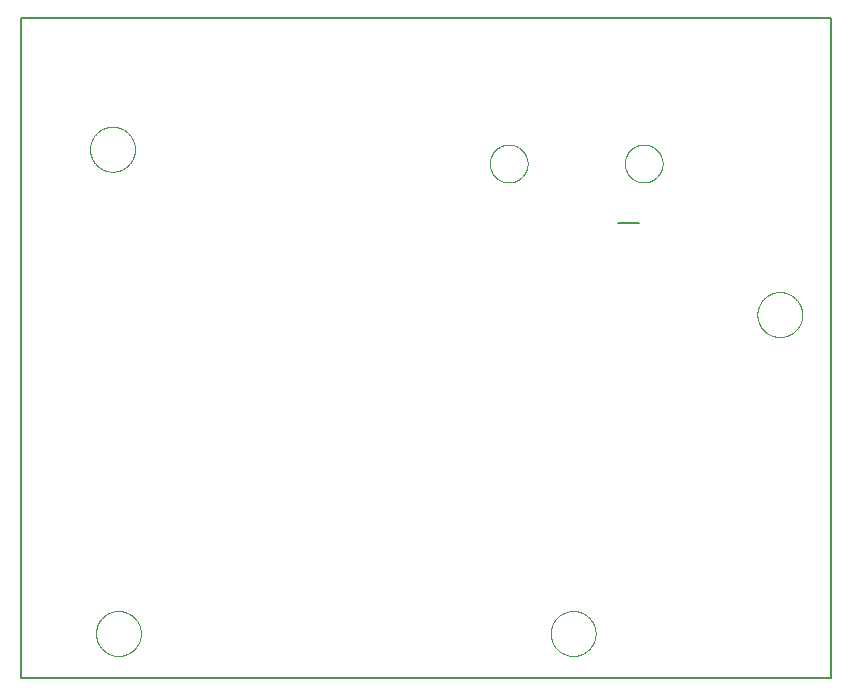
<source format=gbo>
G75*
%MOIN*%
%OFA0B0*%
%FSLAX25Y25*%
%IPPOS*%
%LPD*%
%AMOC8*
5,1,8,0,0,1.08239X$1,22.5*
%
%ADD10C,0.00600*%
%ADD11C,0.00000*%
%ADD12C,0.00800*%
D10*
X0001300Y0001300D02*
X0001300Y0221300D01*
X0271300Y0221300D01*
X0271300Y0001300D01*
X0001300Y0001300D01*
D11*
X0026222Y0015985D02*
X0026224Y0016169D01*
X0026231Y0016352D01*
X0026242Y0016535D01*
X0026258Y0016718D01*
X0026278Y0016901D01*
X0026303Y0017083D01*
X0026332Y0017264D01*
X0026366Y0017444D01*
X0026404Y0017624D01*
X0026446Y0017802D01*
X0026493Y0017980D01*
X0026544Y0018156D01*
X0026600Y0018331D01*
X0026659Y0018505D01*
X0026723Y0018677D01*
X0026791Y0018847D01*
X0026864Y0019016D01*
X0026940Y0019183D01*
X0027021Y0019348D01*
X0027105Y0019511D01*
X0027194Y0019672D01*
X0027286Y0019830D01*
X0027382Y0019987D01*
X0027483Y0020141D01*
X0027586Y0020292D01*
X0027694Y0020441D01*
X0027805Y0020587D01*
X0027920Y0020730D01*
X0028038Y0020871D01*
X0028160Y0021008D01*
X0028285Y0021143D01*
X0028413Y0021274D01*
X0028544Y0021402D01*
X0028679Y0021527D01*
X0028816Y0021649D01*
X0028957Y0021767D01*
X0029100Y0021882D01*
X0029246Y0021993D01*
X0029395Y0022101D01*
X0029546Y0022204D01*
X0029700Y0022305D01*
X0029857Y0022401D01*
X0030015Y0022493D01*
X0030176Y0022582D01*
X0030339Y0022666D01*
X0030504Y0022747D01*
X0030671Y0022823D01*
X0030840Y0022896D01*
X0031010Y0022964D01*
X0031182Y0023028D01*
X0031356Y0023087D01*
X0031531Y0023143D01*
X0031707Y0023194D01*
X0031885Y0023241D01*
X0032063Y0023283D01*
X0032243Y0023321D01*
X0032423Y0023355D01*
X0032604Y0023384D01*
X0032786Y0023409D01*
X0032969Y0023429D01*
X0033152Y0023445D01*
X0033335Y0023456D01*
X0033518Y0023463D01*
X0033702Y0023465D01*
X0033886Y0023463D01*
X0034069Y0023456D01*
X0034252Y0023445D01*
X0034435Y0023429D01*
X0034618Y0023409D01*
X0034800Y0023384D01*
X0034981Y0023355D01*
X0035161Y0023321D01*
X0035341Y0023283D01*
X0035519Y0023241D01*
X0035697Y0023194D01*
X0035873Y0023143D01*
X0036048Y0023087D01*
X0036222Y0023028D01*
X0036394Y0022964D01*
X0036564Y0022896D01*
X0036733Y0022823D01*
X0036900Y0022747D01*
X0037065Y0022666D01*
X0037228Y0022582D01*
X0037389Y0022493D01*
X0037547Y0022401D01*
X0037704Y0022305D01*
X0037858Y0022204D01*
X0038009Y0022101D01*
X0038158Y0021993D01*
X0038304Y0021882D01*
X0038447Y0021767D01*
X0038588Y0021649D01*
X0038725Y0021527D01*
X0038860Y0021402D01*
X0038991Y0021274D01*
X0039119Y0021143D01*
X0039244Y0021008D01*
X0039366Y0020871D01*
X0039484Y0020730D01*
X0039599Y0020587D01*
X0039710Y0020441D01*
X0039818Y0020292D01*
X0039921Y0020141D01*
X0040022Y0019987D01*
X0040118Y0019830D01*
X0040210Y0019672D01*
X0040299Y0019511D01*
X0040383Y0019348D01*
X0040464Y0019183D01*
X0040540Y0019016D01*
X0040613Y0018847D01*
X0040681Y0018677D01*
X0040745Y0018505D01*
X0040804Y0018331D01*
X0040860Y0018156D01*
X0040911Y0017980D01*
X0040958Y0017802D01*
X0041000Y0017624D01*
X0041038Y0017444D01*
X0041072Y0017264D01*
X0041101Y0017083D01*
X0041126Y0016901D01*
X0041146Y0016718D01*
X0041162Y0016535D01*
X0041173Y0016352D01*
X0041180Y0016169D01*
X0041182Y0015985D01*
X0041180Y0015801D01*
X0041173Y0015618D01*
X0041162Y0015435D01*
X0041146Y0015252D01*
X0041126Y0015069D01*
X0041101Y0014887D01*
X0041072Y0014706D01*
X0041038Y0014526D01*
X0041000Y0014346D01*
X0040958Y0014168D01*
X0040911Y0013990D01*
X0040860Y0013814D01*
X0040804Y0013639D01*
X0040745Y0013465D01*
X0040681Y0013293D01*
X0040613Y0013123D01*
X0040540Y0012954D01*
X0040464Y0012787D01*
X0040383Y0012622D01*
X0040299Y0012459D01*
X0040210Y0012298D01*
X0040118Y0012140D01*
X0040022Y0011983D01*
X0039921Y0011829D01*
X0039818Y0011678D01*
X0039710Y0011529D01*
X0039599Y0011383D01*
X0039484Y0011240D01*
X0039366Y0011099D01*
X0039244Y0010962D01*
X0039119Y0010827D01*
X0038991Y0010696D01*
X0038860Y0010568D01*
X0038725Y0010443D01*
X0038588Y0010321D01*
X0038447Y0010203D01*
X0038304Y0010088D01*
X0038158Y0009977D01*
X0038009Y0009869D01*
X0037858Y0009766D01*
X0037704Y0009665D01*
X0037547Y0009569D01*
X0037389Y0009477D01*
X0037228Y0009388D01*
X0037065Y0009304D01*
X0036900Y0009223D01*
X0036733Y0009147D01*
X0036564Y0009074D01*
X0036394Y0009006D01*
X0036222Y0008942D01*
X0036048Y0008883D01*
X0035873Y0008827D01*
X0035697Y0008776D01*
X0035519Y0008729D01*
X0035341Y0008687D01*
X0035161Y0008649D01*
X0034981Y0008615D01*
X0034800Y0008586D01*
X0034618Y0008561D01*
X0034435Y0008541D01*
X0034252Y0008525D01*
X0034069Y0008514D01*
X0033886Y0008507D01*
X0033702Y0008505D01*
X0033518Y0008507D01*
X0033335Y0008514D01*
X0033152Y0008525D01*
X0032969Y0008541D01*
X0032786Y0008561D01*
X0032604Y0008586D01*
X0032423Y0008615D01*
X0032243Y0008649D01*
X0032063Y0008687D01*
X0031885Y0008729D01*
X0031707Y0008776D01*
X0031531Y0008827D01*
X0031356Y0008883D01*
X0031182Y0008942D01*
X0031010Y0009006D01*
X0030840Y0009074D01*
X0030671Y0009147D01*
X0030504Y0009223D01*
X0030339Y0009304D01*
X0030176Y0009388D01*
X0030015Y0009477D01*
X0029857Y0009569D01*
X0029700Y0009665D01*
X0029546Y0009766D01*
X0029395Y0009869D01*
X0029246Y0009977D01*
X0029100Y0010088D01*
X0028957Y0010203D01*
X0028816Y0010321D01*
X0028679Y0010443D01*
X0028544Y0010568D01*
X0028413Y0010696D01*
X0028285Y0010827D01*
X0028160Y0010962D01*
X0028038Y0011099D01*
X0027920Y0011240D01*
X0027805Y0011383D01*
X0027694Y0011529D01*
X0027586Y0011678D01*
X0027483Y0011829D01*
X0027382Y0011983D01*
X0027286Y0012140D01*
X0027194Y0012298D01*
X0027105Y0012459D01*
X0027021Y0012622D01*
X0026940Y0012787D01*
X0026864Y0012954D01*
X0026791Y0013123D01*
X0026723Y0013293D01*
X0026659Y0013465D01*
X0026600Y0013639D01*
X0026544Y0013814D01*
X0026493Y0013990D01*
X0026446Y0014168D01*
X0026404Y0014346D01*
X0026366Y0014526D01*
X0026332Y0014706D01*
X0026303Y0014887D01*
X0026278Y0015069D01*
X0026258Y0015252D01*
X0026242Y0015435D01*
X0026231Y0015618D01*
X0026224Y0015801D01*
X0026222Y0015985D01*
X0177796Y0015985D02*
X0177798Y0016169D01*
X0177805Y0016352D01*
X0177816Y0016535D01*
X0177832Y0016718D01*
X0177852Y0016901D01*
X0177877Y0017083D01*
X0177906Y0017264D01*
X0177940Y0017444D01*
X0177978Y0017624D01*
X0178020Y0017802D01*
X0178067Y0017980D01*
X0178118Y0018156D01*
X0178174Y0018331D01*
X0178233Y0018505D01*
X0178297Y0018677D01*
X0178365Y0018847D01*
X0178438Y0019016D01*
X0178514Y0019183D01*
X0178595Y0019348D01*
X0178679Y0019511D01*
X0178768Y0019672D01*
X0178860Y0019830D01*
X0178956Y0019987D01*
X0179057Y0020141D01*
X0179160Y0020292D01*
X0179268Y0020441D01*
X0179379Y0020587D01*
X0179494Y0020730D01*
X0179612Y0020871D01*
X0179734Y0021008D01*
X0179859Y0021143D01*
X0179987Y0021274D01*
X0180118Y0021402D01*
X0180253Y0021527D01*
X0180390Y0021649D01*
X0180531Y0021767D01*
X0180674Y0021882D01*
X0180820Y0021993D01*
X0180969Y0022101D01*
X0181120Y0022204D01*
X0181274Y0022305D01*
X0181431Y0022401D01*
X0181589Y0022493D01*
X0181750Y0022582D01*
X0181913Y0022666D01*
X0182078Y0022747D01*
X0182245Y0022823D01*
X0182414Y0022896D01*
X0182584Y0022964D01*
X0182756Y0023028D01*
X0182930Y0023087D01*
X0183105Y0023143D01*
X0183281Y0023194D01*
X0183459Y0023241D01*
X0183637Y0023283D01*
X0183817Y0023321D01*
X0183997Y0023355D01*
X0184178Y0023384D01*
X0184360Y0023409D01*
X0184543Y0023429D01*
X0184726Y0023445D01*
X0184909Y0023456D01*
X0185092Y0023463D01*
X0185276Y0023465D01*
X0185460Y0023463D01*
X0185643Y0023456D01*
X0185826Y0023445D01*
X0186009Y0023429D01*
X0186192Y0023409D01*
X0186374Y0023384D01*
X0186555Y0023355D01*
X0186735Y0023321D01*
X0186915Y0023283D01*
X0187093Y0023241D01*
X0187271Y0023194D01*
X0187447Y0023143D01*
X0187622Y0023087D01*
X0187796Y0023028D01*
X0187968Y0022964D01*
X0188138Y0022896D01*
X0188307Y0022823D01*
X0188474Y0022747D01*
X0188639Y0022666D01*
X0188802Y0022582D01*
X0188963Y0022493D01*
X0189121Y0022401D01*
X0189278Y0022305D01*
X0189432Y0022204D01*
X0189583Y0022101D01*
X0189732Y0021993D01*
X0189878Y0021882D01*
X0190021Y0021767D01*
X0190162Y0021649D01*
X0190299Y0021527D01*
X0190434Y0021402D01*
X0190565Y0021274D01*
X0190693Y0021143D01*
X0190818Y0021008D01*
X0190940Y0020871D01*
X0191058Y0020730D01*
X0191173Y0020587D01*
X0191284Y0020441D01*
X0191392Y0020292D01*
X0191495Y0020141D01*
X0191596Y0019987D01*
X0191692Y0019830D01*
X0191784Y0019672D01*
X0191873Y0019511D01*
X0191957Y0019348D01*
X0192038Y0019183D01*
X0192114Y0019016D01*
X0192187Y0018847D01*
X0192255Y0018677D01*
X0192319Y0018505D01*
X0192378Y0018331D01*
X0192434Y0018156D01*
X0192485Y0017980D01*
X0192532Y0017802D01*
X0192574Y0017624D01*
X0192612Y0017444D01*
X0192646Y0017264D01*
X0192675Y0017083D01*
X0192700Y0016901D01*
X0192720Y0016718D01*
X0192736Y0016535D01*
X0192747Y0016352D01*
X0192754Y0016169D01*
X0192756Y0015985D01*
X0192754Y0015801D01*
X0192747Y0015618D01*
X0192736Y0015435D01*
X0192720Y0015252D01*
X0192700Y0015069D01*
X0192675Y0014887D01*
X0192646Y0014706D01*
X0192612Y0014526D01*
X0192574Y0014346D01*
X0192532Y0014168D01*
X0192485Y0013990D01*
X0192434Y0013814D01*
X0192378Y0013639D01*
X0192319Y0013465D01*
X0192255Y0013293D01*
X0192187Y0013123D01*
X0192114Y0012954D01*
X0192038Y0012787D01*
X0191957Y0012622D01*
X0191873Y0012459D01*
X0191784Y0012298D01*
X0191692Y0012140D01*
X0191596Y0011983D01*
X0191495Y0011829D01*
X0191392Y0011678D01*
X0191284Y0011529D01*
X0191173Y0011383D01*
X0191058Y0011240D01*
X0190940Y0011099D01*
X0190818Y0010962D01*
X0190693Y0010827D01*
X0190565Y0010696D01*
X0190434Y0010568D01*
X0190299Y0010443D01*
X0190162Y0010321D01*
X0190021Y0010203D01*
X0189878Y0010088D01*
X0189732Y0009977D01*
X0189583Y0009869D01*
X0189432Y0009766D01*
X0189278Y0009665D01*
X0189121Y0009569D01*
X0188963Y0009477D01*
X0188802Y0009388D01*
X0188639Y0009304D01*
X0188474Y0009223D01*
X0188307Y0009147D01*
X0188138Y0009074D01*
X0187968Y0009006D01*
X0187796Y0008942D01*
X0187622Y0008883D01*
X0187447Y0008827D01*
X0187271Y0008776D01*
X0187093Y0008729D01*
X0186915Y0008687D01*
X0186735Y0008649D01*
X0186555Y0008615D01*
X0186374Y0008586D01*
X0186192Y0008561D01*
X0186009Y0008541D01*
X0185826Y0008525D01*
X0185643Y0008514D01*
X0185460Y0008507D01*
X0185276Y0008505D01*
X0185092Y0008507D01*
X0184909Y0008514D01*
X0184726Y0008525D01*
X0184543Y0008541D01*
X0184360Y0008561D01*
X0184178Y0008586D01*
X0183997Y0008615D01*
X0183817Y0008649D01*
X0183637Y0008687D01*
X0183459Y0008729D01*
X0183281Y0008776D01*
X0183105Y0008827D01*
X0182930Y0008883D01*
X0182756Y0008942D01*
X0182584Y0009006D01*
X0182414Y0009074D01*
X0182245Y0009147D01*
X0182078Y0009223D01*
X0181913Y0009304D01*
X0181750Y0009388D01*
X0181589Y0009477D01*
X0181431Y0009569D01*
X0181274Y0009665D01*
X0181120Y0009766D01*
X0180969Y0009869D01*
X0180820Y0009977D01*
X0180674Y0010088D01*
X0180531Y0010203D01*
X0180390Y0010321D01*
X0180253Y0010443D01*
X0180118Y0010568D01*
X0179987Y0010696D01*
X0179859Y0010827D01*
X0179734Y0010962D01*
X0179612Y0011099D01*
X0179494Y0011240D01*
X0179379Y0011383D01*
X0179268Y0011529D01*
X0179160Y0011678D01*
X0179057Y0011829D01*
X0178956Y0011983D01*
X0178860Y0012140D01*
X0178768Y0012298D01*
X0178679Y0012459D01*
X0178595Y0012622D01*
X0178514Y0012787D01*
X0178438Y0012954D01*
X0178365Y0013123D01*
X0178297Y0013293D01*
X0178233Y0013465D01*
X0178174Y0013639D01*
X0178118Y0013814D01*
X0178067Y0013990D01*
X0178020Y0014168D01*
X0177978Y0014346D01*
X0177940Y0014526D01*
X0177906Y0014706D01*
X0177877Y0014887D01*
X0177852Y0015069D01*
X0177832Y0015252D01*
X0177816Y0015435D01*
X0177805Y0015618D01*
X0177798Y0015801D01*
X0177796Y0015985D01*
X0246694Y0122284D02*
X0246696Y0122468D01*
X0246703Y0122651D01*
X0246714Y0122834D01*
X0246730Y0123017D01*
X0246750Y0123200D01*
X0246775Y0123382D01*
X0246804Y0123563D01*
X0246838Y0123743D01*
X0246876Y0123923D01*
X0246918Y0124101D01*
X0246965Y0124279D01*
X0247016Y0124455D01*
X0247072Y0124630D01*
X0247131Y0124804D01*
X0247195Y0124976D01*
X0247263Y0125146D01*
X0247336Y0125315D01*
X0247412Y0125482D01*
X0247493Y0125647D01*
X0247577Y0125810D01*
X0247666Y0125971D01*
X0247758Y0126129D01*
X0247854Y0126286D01*
X0247955Y0126440D01*
X0248058Y0126591D01*
X0248166Y0126740D01*
X0248277Y0126886D01*
X0248392Y0127029D01*
X0248510Y0127170D01*
X0248632Y0127307D01*
X0248757Y0127442D01*
X0248885Y0127573D01*
X0249016Y0127701D01*
X0249151Y0127826D01*
X0249288Y0127948D01*
X0249429Y0128066D01*
X0249572Y0128181D01*
X0249718Y0128292D01*
X0249867Y0128400D01*
X0250018Y0128503D01*
X0250172Y0128604D01*
X0250329Y0128700D01*
X0250487Y0128792D01*
X0250648Y0128881D01*
X0250811Y0128965D01*
X0250976Y0129046D01*
X0251143Y0129122D01*
X0251312Y0129195D01*
X0251482Y0129263D01*
X0251654Y0129327D01*
X0251828Y0129386D01*
X0252003Y0129442D01*
X0252179Y0129493D01*
X0252357Y0129540D01*
X0252535Y0129582D01*
X0252715Y0129620D01*
X0252895Y0129654D01*
X0253076Y0129683D01*
X0253258Y0129708D01*
X0253441Y0129728D01*
X0253624Y0129744D01*
X0253807Y0129755D01*
X0253990Y0129762D01*
X0254174Y0129764D01*
X0254358Y0129762D01*
X0254541Y0129755D01*
X0254724Y0129744D01*
X0254907Y0129728D01*
X0255090Y0129708D01*
X0255272Y0129683D01*
X0255453Y0129654D01*
X0255633Y0129620D01*
X0255813Y0129582D01*
X0255991Y0129540D01*
X0256169Y0129493D01*
X0256345Y0129442D01*
X0256520Y0129386D01*
X0256694Y0129327D01*
X0256866Y0129263D01*
X0257036Y0129195D01*
X0257205Y0129122D01*
X0257372Y0129046D01*
X0257537Y0128965D01*
X0257700Y0128881D01*
X0257861Y0128792D01*
X0258019Y0128700D01*
X0258176Y0128604D01*
X0258330Y0128503D01*
X0258481Y0128400D01*
X0258630Y0128292D01*
X0258776Y0128181D01*
X0258919Y0128066D01*
X0259060Y0127948D01*
X0259197Y0127826D01*
X0259332Y0127701D01*
X0259463Y0127573D01*
X0259591Y0127442D01*
X0259716Y0127307D01*
X0259838Y0127170D01*
X0259956Y0127029D01*
X0260071Y0126886D01*
X0260182Y0126740D01*
X0260290Y0126591D01*
X0260393Y0126440D01*
X0260494Y0126286D01*
X0260590Y0126129D01*
X0260682Y0125971D01*
X0260771Y0125810D01*
X0260855Y0125647D01*
X0260936Y0125482D01*
X0261012Y0125315D01*
X0261085Y0125146D01*
X0261153Y0124976D01*
X0261217Y0124804D01*
X0261276Y0124630D01*
X0261332Y0124455D01*
X0261383Y0124279D01*
X0261430Y0124101D01*
X0261472Y0123923D01*
X0261510Y0123743D01*
X0261544Y0123563D01*
X0261573Y0123382D01*
X0261598Y0123200D01*
X0261618Y0123017D01*
X0261634Y0122834D01*
X0261645Y0122651D01*
X0261652Y0122468D01*
X0261654Y0122284D01*
X0261652Y0122100D01*
X0261645Y0121917D01*
X0261634Y0121734D01*
X0261618Y0121551D01*
X0261598Y0121368D01*
X0261573Y0121186D01*
X0261544Y0121005D01*
X0261510Y0120825D01*
X0261472Y0120645D01*
X0261430Y0120467D01*
X0261383Y0120289D01*
X0261332Y0120113D01*
X0261276Y0119938D01*
X0261217Y0119764D01*
X0261153Y0119592D01*
X0261085Y0119422D01*
X0261012Y0119253D01*
X0260936Y0119086D01*
X0260855Y0118921D01*
X0260771Y0118758D01*
X0260682Y0118597D01*
X0260590Y0118439D01*
X0260494Y0118282D01*
X0260393Y0118128D01*
X0260290Y0117977D01*
X0260182Y0117828D01*
X0260071Y0117682D01*
X0259956Y0117539D01*
X0259838Y0117398D01*
X0259716Y0117261D01*
X0259591Y0117126D01*
X0259463Y0116995D01*
X0259332Y0116867D01*
X0259197Y0116742D01*
X0259060Y0116620D01*
X0258919Y0116502D01*
X0258776Y0116387D01*
X0258630Y0116276D01*
X0258481Y0116168D01*
X0258330Y0116065D01*
X0258176Y0115964D01*
X0258019Y0115868D01*
X0257861Y0115776D01*
X0257700Y0115687D01*
X0257537Y0115603D01*
X0257372Y0115522D01*
X0257205Y0115446D01*
X0257036Y0115373D01*
X0256866Y0115305D01*
X0256694Y0115241D01*
X0256520Y0115182D01*
X0256345Y0115126D01*
X0256169Y0115075D01*
X0255991Y0115028D01*
X0255813Y0114986D01*
X0255633Y0114948D01*
X0255453Y0114914D01*
X0255272Y0114885D01*
X0255090Y0114860D01*
X0254907Y0114840D01*
X0254724Y0114824D01*
X0254541Y0114813D01*
X0254358Y0114806D01*
X0254174Y0114804D01*
X0253990Y0114806D01*
X0253807Y0114813D01*
X0253624Y0114824D01*
X0253441Y0114840D01*
X0253258Y0114860D01*
X0253076Y0114885D01*
X0252895Y0114914D01*
X0252715Y0114948D01*
X0252535Y0114986D01*
X0252357Y0115028D01*
X0252179Y0115075D01*
X0252003Y0115126D01*
X0251828Y0115182D01*
X0251654Y0115241D01*
X0251482Y0115305D01*
X0251312Y0115373D01*
X0251143Y0115446D01*
X0250976Y0115522D01*
X0250811Y0115603D01*
X0250648Y0115687D01*
X0250487Y0115776D01*
X0250329Y0115868D01*
X0250172Y0115964D01*
X0250018Y0116065D01*
X0249867Y0116168D01*
X0249718Y0116276D01*
X0249572Y0116387D01*
X0249429Y0116502D01*
X0249288Y0116620D01*
X0249151Y0116742D01*
X0249016Y0116867D01*
X0248885Y0116995D01*
X0248757Y0117126D01*
X0248632Y0117261D01*
X0248510Y0117398D01*
X0248392Y0117539D01*
X0248277Y0117682D01*
X0248166Y0117828D01*
X0248058Y0117977D01*
X0247955Y0118128D01*
X0247854Y0118282D01*
X0247758Y0118439D01*
X0247666Y0118597D01*
X0247577Y0118758D01*
X0247493Y0118921D01*
X0247412Y0119086D01*
X0247336Y0119253D01*
X0247263Y0119422D01*
X0247195Y0119592D01*
X0247131Y0119764D01*
X0247072Y0119938D01*
X0247016Y0120113D01*
X0246965Y0120289D01*
X0246918Y0120467D01*
X0246876Y0120645D01*
X0246838Y0120825D01*
X0246804Y0121005D01*
X0246775Y0121186D01*
X0246750Y0121368D01*
X0246730Y0121551D01*
X0246714Y0121734D01*
X0246703Y0121917D01*
X0246696Y0122100D01*
X0246694Y0122284D01*
X0202501Y0172619D02*
X0202503Y0172777D01*
X0202509Y0172935D01*
X0202519Y0173093D01*
X0202533Y0173251D01*
X0202551Y0173408D01*
X0202572Y0173565D01*
X0202598Y0173721D01*
X0202628Y0173877D01*
X0202661Y0174032D01*
X0202699Y0174185D01*
X0202740Y0174338D01*
X0202785Y0174490D01*
X0202834Y0174641D01*
X0202887Y0174790D01*
X0202943Y0174938D01*
X0203003Y0175084D01*
X0203067Y0175229D01*
X0203135Y0175372D01*
X0203206Y0175514D01*
X0203280Y0175654D01*
X0203358Y0175791D01*
X0203440Y0175927D01*
X0203524Y0176061D01*
X0203613Y0176192D01*
X0203704Y0176321D01*
X0203799Y0176448D01*
X0203896Y0176573D01*
X0203997Y0176695D01*
X0204101Y0176814D01*
X0204208Y0176931D01*
X0204318Y0177045D01*
X0204431Y0177156D01*
X0204546Y0177265D01*
X0204664Y0177370D01*
X0204785Y0177472D01*
X0204908Y0177572D01*
X0205034Y0177668D01*
X0205162Y0177761D01*
X0205292Y0177851D01*
X0205425Y0177937D01*
X0205560Y0178021D01*
X0205696Y0178100D01*
X0205835Y0178177D01*
X0205976Y0178249D01*
X0206118Y0178319D01*
X0206262Y0178384D01*
X0206408Y0178446D01*
X0206555Y0178504D01*
X0206704Y0178559D01*
X0206854Y0178610D01*
X0207005Y0178657D01*
X0207157Y0178700D01*
X0207310Y0178739D01*
X0207465Y0178775D01*
X0207620Y0178806D01*
X0207776Y0178834D01*
X0207932Y0178858D01*
X0208089Y0178878D01*
X0208247Y0178894D01*
X0208404Y0178906D01*
X0208563Y0178914D01*
X0208721Y0178918D01*
X0208879Y0178918D01*
X0209037Y0178914D01*
X0209196Y0178906D01*
X0209353Y0178894D01*
X0209511Y0178878D01*
X0209668Y0178858D01*
X0209824Y0178834D01*
X0209980Y0178806D01*
X0210135Y0178775D01*
X0210290Y0178739D01*
X0210443Y0178700D01*
X0210595Y0178657D01*
X0210746Y0178610D01*
X0210896Y0178559D01*
X0211045Y0178504D01*
X0211192Y0178446D01*
X0211338Y0178384D01*
X0211482Y0178319D01*
X0211624Y0178249D01*
X0211765Y0178177D01*
X0211904Y0178100D01*
X0212040Y0178021D01*
X0212175Y0177937D01*
X0212308Y0177851D01*
X0212438Y0177761D01*
X0212566Y0177668D01*
X0212692Y0177572D01*
X0212815Y0177472D01*
X0212936Y0177370D01*
X0213054Y0177265D01*
X0213169Y0177156D01*
X0213282Y0177045D01*
X0213392Y0176931D01*
X0213499Y0176814D01*
X0213603Y0176695D01*
X0213704Y0176573D01*
X0213801Y0176448D01*
X0213896Y0176321D01*
X0213987Y0176192D01*
X0214076Y0176061D01*
X0214160Y0175927D01*
X0214242Y0175791D01*
X0214320Y0175654D01*
X0214394Y0175514D01*
X0214465Y0175372D01*
X0214533Y0175229D01*
X0214597Y0175084D01*
X0214657Y0174938D01*
X0214713Y0174790D01*
X0214766Y0174641D01*
X0214815Y0174490D01*
X0214860Y0174338D01*
X0214901Y0174185D01*
X0214939Y0174032D01*
X0214972Y0173877D01*
X0215002Y0173721D01*
X0215028Y0173565D01*
X0215049Y0173408D01*
X0215067Y0173251D01*
X0215081Y0173093D01*
X0215091Y0172935D01*
X0215097Y0172777D01*
X0215099Y0172619D01*
X0215097Y0172461D01*
X0215091Y0172303D01*
X0215081Y0172145D01*
X0215067Y0171987D01*
X0215049Y0171830D01*
X0215028Y0171673D01*
X0215002Y0171517D01*
X0214972Y0171361D01*
X0214939Y0171206D01*
X0214901Y0171053D01*
X0214860Y0170900D01*
X0214815Y0170748D01*
X0214766Y0170597D01*
X0214713Y0170448D01*
X0214657Y0170300D01*
X0214597Y0170154D01*
X0214533Y0170009D01*
X0214465Y0169866D01*
X0214394Y0169724D01*
X0214320Y0169584D01*
X0214242Y0169447D01*
X0214160Y0169311D01*
X0214076Y0169177D01*
X0213987Y0169046D01*
X0213896Y0168917D01*
X0213801Y0168790D01*
X0213704Y0168665D01*
X0213603Y0168543D01*
X0213499Y0168424D01*
X0213392Y0168307D01*
X0213282Y0168193D01*
X0213169Y0168082D01*
X0213054Y0167973D01*
X0212936Y0167868D01*
X0212815Y0167766D01*
X0212692Y0167666D01*
X0212566Y0167570D01*
X0212438Y0167477D01*
X0212308Y0167387D01*
X0212175Y0167301D01*
X0212040Y0167217D01*
X0211904Y0167138D01*
X0211765Y0167061D01*
X0211624Y0166989D01*
X0211482Y0166919D01*
X0211338Y0166854D01*
X0211192Y0166792D01*
X0211045Y0166734D01*
X0210896Y0166679D01*
X0210746Y0166628D01*
X0210595Y0166581D01*
X0210443Y0166538D01*
X0210290Y0166499D01*
X0210135Y0166463D01*
X0209980Y0166432D01*
X0209824Y0166404D01*
X0209668Y0166380D01*
X0209511Y0166360D01*
X0209353Y0166344D01*
X0209196Y0166332D01*
X0209037Y0166324D01*
X0208879Y0166320D01*
X0208721Y0166320D01*
X0208563Y0166324D01*
X0208404Y0166332D01*
X0208247Y0166344D01*
X0208089Y0166360D01*
X0207932Y0166380D01*
X0207776Y0166404D01*
X0207620Y0166432D01*
X0207465Y0166463D01*
X0207310Y0166499D01*
X0207157Y0166538D01*
X0207005Y0166581D01*
X0206854Y0166628D01*
X0206704Y0166679D01*
X0206555Y0166734D01*
X0206408Y0166792D01*
X0206262Y0166854D01*
X0206118Y0166919D01*
X0205976Y0166989D01*
X0205835Y0167061D01*
X0205696Y0167138D01*
X0205560Y0167217D01*
X0205425Y0167301D01*
X0205292Y0167387D01*
X0205162Y0167477D01*
X0205034Y0167570D01*
X0204908Y0167666D01*
X0204785Y0167766D01*
X0204664Y0167868D01*
X0204546Y0167973D01*
X0204431Y0168082D01*
X0204318Y0168193D01*
X0204208Y0168307D01*
X0204101Y0168424D01*
X0203997Y0168543D01*
X0203896Y0168665D01*
X0203799Y0168790D01*
X0203704Y0168917D01*
X0203613Y0169046D01*
X0203524Y0169177D01*
X0203440Y0169311D01*
X0203358Y0169447D01*
X0203280Y0169584D01*
X0203206Y0169724D01*
X0203135Y0169866D01*
X0203067Y0170009D01*
X0203003Y0170154D01*
X0202943Y0170300D01*
X0202887Y0170448D01*
X0202834Y0170597D01*
X0202785Y0170748D01*
X0202740Y0170900D01*
X0202699Y0171053D01*
X0202661Y0171206D01*
X0202628Y0171361D01*
X0202598Y0171517D01*
X0202572Y0171673D01*
X0202551Y0171830D01*
X0202533Y0171987D01*
X0202519Y0172145D01*
X0202509Y0172303D01*
X0202503Y0172461D01*
X0202501Y0172619D01*
X0157501Y0172619D02*
X0157503Y0172777D01*
X0157509Y0172935D01*
X0157519Y0173093D01*
X0157533Y0173251D01*
X0157551Y0173408D01*
X0157572Y0173565D01*
X0157598Y0173721D01*
X0157628Y0173877D01*
X0157661Y0174032D01*
X0157699Y0174185D01*
X0157740Y0174338D01*
X0157785Y0174490D01*
X0157834Y0174641D01*
X0157887Y0174790D01*
X0157943Y0174938D01*
X0158003Y0175084D01*
X0158067Y0175229D01*
X0158135Y0175372D01*
X0158206Y0175514D01*
X0158280Y0175654D01*
X0158358Y0175791D01*
X0158440Y0175927D01*
X0158524Y0176061D01*
X0158613Y0176192D01*
X0158704Y0176321D01*
X0158799Y0176448D01*
X0158896Y0176573D01*
X0158997Y0176695D01*
X0159101Y0176814D01*
X0159208Y0176931D01*
X0159318Y0177045D01*
X0159431Y0177156D01*
X0159546Y0177265D01*
X0159664Y0177370D01*
X0159785Y0177472D01*
X0159908Y0177572D01*
X0160034Y0177668D01*
X0160162Y0177761D01*
X0160292Y0177851D01*
X0160425Y0177937D01*
X0160560Y0178021D01*
X0160696Y0178100D01*
X0160835Y0178177D01*
X0160976Y0178249D01*
X0161118Y0178319D01*
X0161262Y0178384D01*
X0161408Y0178446D01*
X0161555Y0178504D01*
X0161704Y0178559D01*
X0161854Y0178610D01*
X0162005Y0178657D01*
X0162157Y0178700D01*
X0162310Y0178739D01*
X0162465Y0178775D01*
X0162620Y0178806D01*
X0162776Y0178834D01*
X0162932Y0178858D01*
X0163089Y0178878D01*
X0163247Y0178894D01*
X0163404Y0178906D01*
X0163563Y0178914D01*
X0163721Y0178918D01*
X0163879Y0178918D01*
X0164037Y0178914D01*
X0164196Y0178906D01*
X0164353Y0178894D01*
X0164511Y0178878D01*
X0164668Y0178858D01*
X0164824Y0178834D01*
X0164980Y0178806D01*
X0165135Y0178775D01*
X0165290Y0178739D01*
X0165443Y0178700D01*
X0165595Y0178657D01*
X0165746Y0178610D01*
X0165896Y0178559D01*
X0166045Y0178504D01*
X0166192Y0178446D01*
X0166338Y0178384D01*
X0166482Y0178319D01*
X0166624Y0178249D01*
X0166765Y0178177D01*
X0166904Y0178100D01*
X0167040Y0178021D01*
X0167175Y0177937D01*
X0167308Y0177851D01*
X0167438Y0177761D01*
X0167566Y0177668D01*
X0167692Y0177572D01*
X0167815Y0177472D01*
X0167936Y0177370D01*
X0168054Y0177265D01*
X0168169Y0177156D01*
X0168282Y0177045D01*
X0168392Y0176931D01*
X0168499Y0176814D01*
X0168603Y0176695D01*
X0168704Y0176573D01*
X0168801Y0176448D01*
X0168896Y0176321D01*
X0168987Y0176192D01*
X0169076Y0176061D01*
X0169160Y0175927D01*
X0169242Y0175791D01*
X0169320Y0175654D01*
X0169394Y0175514D01*
X0169465Y0175372D01*
X0169533Y0175229D01*
X0169597Y0175084D01*
X0169657Y0174938D01*
X0169713Y0174790D01*
X0169766Y0174641D01*
X0169815Y0174490D01*
X0169860Y0174338D01*
X0169901Y0174185D01*
X0169939Y0174032D01*
X0169972Y0173877D01*
X0170002Y0173721D01*
X0170028Y0173565D01*
X0170049Y0173408D01*
X0170067Y0173251D01*
X0170081Y0173093D01*
X0170091Y0172935D01*
X0170097Y0172777D01*
X0170099Y0172619D01*
X0170097Y0172461D01*
X0170091Y0172303D01*
X0170081Y0172145D01*
X0170067Y0171987D01*
X0170049Y0171830D01*
X0170028Y0171673D01*
X0170002Y0171517D01*
X0169972Y0171361D01*
X0169939Y0171206D01*
X0169901Y0171053D01*
X0169860Y0170900D01*
X0169815Y0170748D01*
X0169766Y0170597D01*
X0169713Y0170448D01*
X0169657Y0170300D01*
X0169597Y0170154D01*
X0169533Y0170009D01*
X0169465Y0169866D01*
X0169394Y0169724D01*
X0169320Y0169584D01*
X0169242Y0169447D01*
X0169160Y0169311D01*
X0169076Y0169177D01*
X0168987Y0169046D01*
X0168896Y0168917D01*
X0168801Y0168790D01*
X0168704Y0168665D01*
X0168603Y0168543D01*
X0168499Y0168424D01*
X0168392Y0168307D01*
X0168282Y0168193D01*
X0168169Y0168082D01*
X0168054Y0167973D01*
X0167936Y0167868D01*
X0167815Y0167766D01*
X0167692Y0167666D01*
X0167566Y0167570D01*
X0167438Y0167477D01*
X0167308Y0167387D01*
X0167175Y0167301D01*
X0167040Y0167217D01*
X0166904Y0167138D01*
X0166765Y0167061D01*
X0166624Y0166989D01*
X0166482Y0166919D01*
X0166338Y0166854D01*
X0166192Y0166792D01*
X0166045Y0166734D01*
X0165896Y0166679D01*
X0165746Y0166628D01*
X0165595Y0166581D01*
X0165443Y0166538D01*
X0165290Y0166499D01*
X0165135Y0166463D01*
X0164980Y0166432D01*
X0164824Y0166404D01*
X0164668Y0166380D01*
X0164511Y0166360D01*
X0164353Y0166344D01*
X0164196Y0166332D01*
X0164037Y0166324D01*
X0163879Y0166320D01*
X0163721Y0166320D01*
X0163563Y0166324D01*
X0163404Y0166332D01*
X0163247Y0166344D01*
X0163089Y0166360D01*
X0162932Y0166380D01*
X0162776Y0166404D01*
X0162620Y0166432D01*
X0162465Y0166463D01*
X0162310Y0166499D01*
X0162157Y0166538D01*
X0162005Y0166581D01*
X0161854Y0166628D01*
X0161704Y0166679D01*
X0161555Y0166734D01*
X0161408Y0166792D01*
X0161262Y0166854D01*
X0161118Y0166919D01*
X0160976Y0166989D01*
X0160835Y0167061D01*
X0160696Y0167138D01*
X0160560Y0167217D01*
X0160425Y0167301D01*
X0160292Y0167387D01*
X0160162Y0167477D01*
X0160034Y0167570D01*
X0159908Y0167666D01*
X0159785Y0167766D01*
X0159664Y0167868D01*
X0159546Y0167973D01*
X0159431Y0168082D01*
X0159318Y0168193D01*
X0159208Y0168307D01*
X0159101Y0168424D01*
X0158997Y0168543D01*
X0158896Y0168665D01*
X0158799Y0168790D01*
X0158704Y0168917D01*
X0158613Y0169046D01*
X0158524Y0169177D01*
X0158440Y0169311D01*
X0158358Y0169447D01*
X0158280Y0169584D01*
X0158206Y0169724D01*
X0158135Y0169866D01*
X0158067Y0170009D01*
X0158003Y0170154D01*
X0157943Y0170300D01*
X0157887Y0170448D01*
X0157834Y0170597D01*
X0157785Y0170748D01*
X0157740Y0170900D01*
X0157699Y0171053D01*
X0157661Y0171206D01*
X0157628Y0171361D01*
X0157598Y0171517D01*
X0157572Y0171673D01*
X0157551Y0171830D01*
X0157533Y0171987D01*
X0157519Y0172145D01*
X0157509Y0172303D01*
X0157503Y0172461D01*
X0157501Y0172619D01*
X0024253Y0177402D02*
X0024255Y0177586D01*
X0024262Y0177769D01*
X0024273Y0177952D01*
X0024289Y0178135D01*
X0024309Y0178318D01*
X0024334Y0178500D01*
X0024363Y0178681D01*
X0024397Y0178861D01*
X0024435Y0179041D01*
X0024477Y0179219D01*
X0024524Y0179397D01*
X0024575Y0179573D01*
X0024631Y0179748D01*
X0024690Y0179922D01*
X0024754Y0180094D01*
X0024822Y0180264D01*
X0024895Y0180433D01*
X0024971Y0180600D01*
X0025052Y0180765D01*
X0025136Y0180928D01*
X0025225Y0181089D01*
X0025317Y0181247D01*
X0025413Y0181404D01*
X0025514Y0181558D01*
X0025617Y0181709D01*
X0025725Y0181858D01*
X0025836Y0182004D01*
X0025951Y0182147D01*
X0026069Y0182288D01*
X0026191Y0182425D01*
X0026316Y0182560D01*
X0026444Y0182691D01*
X0026575Y0182819D01*
X0026710Y0182944D01*
X0026847Y0183066D01*
X0026988Y0183184D01*
X0027131Y0183299D01*
X0027277Y0183410D01*
X0027426Y0183518D01*
X0027577Y0183621D01*
X0027731Y0183722D01*
X0027888Y0183818D01*
X0028046Y0183910D01*
X0028207Y0183999D01*
X0028370Y0184083D01*
X0028535Y0184164D01*
X0028702Y0184240D01*
X0028871Y0184313D01*
X0029041Y0184381D01*
X0029213Y0184445D01*
X0029387Y0184504D01*
X0029562Y0184560D01*
X0029738Y0184611D01*
X0029916Y0184658D01*
X0030094Y0184700D01*
X0030274Y0184738D01*
X0030454Y0184772D01*
X0030635Y0184801D01*
X0030817Y0184826D01*
X0031000Y0184846D01*
X0031183Y0184862D01*
X0031366Y0184873D01*
X0031549Y0184880D01*
X0031733Y0184882D01*
X0031917Y0184880D01*
X0032100Y0184873D01*
X0032283Y0184862D01*
X0032466Y0184846D01*
X0032649Y0184826D01*
X0032831Y0184801D01*
X0033012Y0184772D01*
X0033192Y0184738D01*
X0033372Y0184700D01*
X0033550Y0184658D01*
X0033728Y0184611D01*
X0033904Y0184560D01*
X0034079Y0184504D01*
X0034253Y0184445D01*
X0034425Y0184381D01*
X0034595Y0184313D01*
X0034764Y0184240D01*
X0034931Y0184164D01*
X0035096Y0184083D01*
X0035259Y0183999D01*
X0035420Y0183910D01*
X0035578Y0183818D01*
X0035735Y0183722D01*
X0035889Y0183621D01*
X0036040Y0183518D01*
X0036189Y0183410D01*
X0036335Y0183299D01*
X0036478Y0183184D01*
X0036619Y0183066D01*
X0036756Y0182944D01*
X0036891Y0182819D01*
X0037022Y0182691D01*
X0037150Y0182560D01*
X0037275Y0182425D01*
X0037397Y0182288D01*
X0037515Y0182147D01*
X0037630Y0182004D01*
X0037741Y0181858D01*
X0037849Y0181709D01*
X0037952Y0181558D01*
X0038053Y0181404D01*
X0038149Y0181247D01*
X0038241Y0181089D01*
X0038330Y0180928D01*
X0038414Y0180765D01*
X0038495Y0180600D01*
X0038571Y0180433D01*
X0038644Y0180264D01*
X0038712Y0180094D01*
X0038776Y0179922D01*
X0038835Y0179748D01*
X0038891Y0179573D01*
X0038942Y0179397D01*
X0038989Y0179219D01*
X0039031Y0179041D01*
X0039069Y0178861D01*
X0039103Y0178681D01*
X0039132Y0178500D01*
X0039157Y0178318D01*
X0039177Y0178135D01*
X0039193Y0177952D01*
X0039204Y0177769D01*
X0039211Y0177586D01*
X0039213Y0177402D01*
X0039211Y0177218D01*
X0039204Y0177035D01*
X0039193Y0176852D01*
X0039177Y0176669D01*
X0039157Y0176486D01*
X0039132Y0176304D01*
X0039103Y0176123D01*
X0039069Y0175943D01*
X0039031Y0175763D01*
X0038989Y0175585D01*
X0038942Y0175407D01*
X0038891Y0175231D01*
X0038835Y0175056D01*
X0038776Y0174882D01*
X0038712Y0174710D01*
X0038644Y0174540D01*
X0038571Y0174371D01*
X0038495Y0174204D01*
X0038414Y0174039D01*
X0038330Y0173876D01*
X0038241Y0173715D01*
X0038149Y0173557D01*
X0038053Y0173400D01*
X0037952Y0173246D01*
X0037849Y0173095D01*
X0037741Y0172946D01*
X0037630Y0172800D01*
X0037515Y0172657D01*
X0037397Y0172516D01*
X0037275Y0172379D01*
X0037150Y0172244D01*
X0037022Y0172113D01*
X0036891Y0171985D01*
X0036756Y0171860D01*
X0036619Y0171738D01*
X0036478Y0171620D01*
X0036335Y0171505D01*
X0036189Y0171394D01*
X0036040Y0171286D01*
X0035889Y0171183D01*
X0035735Y0171082D01*
X0035578Y0170986D01*
X0035420Y0170894D01*
X0035259Y0170805D01*
X0035096Y0170721D01*
X0034931Y0170640D01*
X0034764Y0170564D01*
X0034595Y0170491D01*
X0034425Y0170423D01*
X0034253Y0170359D01*
X0034079Y0170300D01*
X0033904Y0170244D01*
X0033728Y0170193D01*
X0033550Y0170146D01*
X0033372Y0170104D01*
X0033192Y0170066D01*
X0033012Y0170032D01*
X0032831Y0170003D01*
X0032649Y0169978D01*
X0032466Y0169958D01*
X0032283Y0169942D01*
X0032100Y0169931D01*
X0031917Y0169924D01*
X0031733Y0169922D01*
X0031549Y0169924D01*
X0031366Y0169931D01*
X0031183Y0169942D01*
X0031000Y0169958D01*
X0030817Y0169978D01*
X0030635Y0170003D01*
X0030454Y0170032D01*
X0030274Y0170066D01*
X0030094Y0170104D01*
X0029916Y0170146D01*
X0029738Y0170193D01*
X0029562Y0170244D01*
X0029387Y0170300D01*
X0029213Y0170359D01*
X0029041Y0170423D01*
X0028871Y0170491D01*
X0028702Y0170564D01*
X0028535Y0170640D01*
X0028370Y0170721D01*
X0028207Y0170805D01*
X0028046Y0170894D01*
X0027888Y0170986D01*
X0027731Y0171082D01*
X0027577Y0171183D01*
X0027426Y0171286D01*
X0027277Y0171394D01*
X0027131Y0171505D01*
X0026988Y0171620D01*
X0026847Y0171738D01*
X0026710Y0171860D01*
X0026575Y0171985D01*
X0026444Y0172113D01*
X0026316Y0172244D01*
X0026191Y0172379D01*
X0026069Y0172516D01*
X0025951Y0172657D01*
X0025836Y0172800D01*
X0025725Y0172946D01*
X0025617Y0173095D01*
X0025514Y0173246D01*
X0025413Y0173400D01*
X0025317Y0173557D01*
X0025225Y0173715D01*
X0025136Y0173876D01*
X0025052Y0174039D01*
X0024971Y0174204D01*
X0024895Y0174371D01*
X0024822Y0174540D01*
X0024754Y0174710D01*
X0024690Y0174882D01*
X0024631Y0175056D01*
X0024575Y0175231D01*
X0024524Y0175407D01*
X0024477Y0175585D01*
X0024435Y0175763D01*
X0024397Y0175943D01*
X0024363Y0176123D01*
X0024334Y0176304D01*
X0024309Y0176486D01*
X0024289Y0176669D01*
X0024273Y0176852D01*
X0024262Y0177035D01*
X0024255Y0177218D01*
X0024253Y0177402D01*
D12*
X0200300Y0152800D02*
X0207300Y0152800D01*
M02*

</source>
